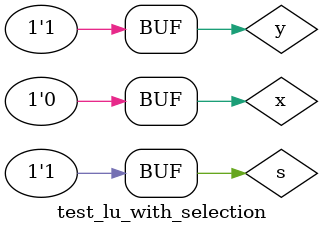
<source format=v>

module lu_with_selection (
  output wire out,
  input wire a,
  input wire b,
  input wire select
);
  // Define local wires
  wire or_result;
  wire nor_result;

  // OR gate
  or OR_gate (
    or_result,
    a,
    b
  );

  // NOR gate
  nor NOR_gate (
    nor_result,
    a,
    b
  );

  // Output selection
  assign out = (select) ? nor_result : or_result;

endmodule // lu_with_selection

// -------------------------
// test_lu_with_selection
// -------------------------
module test_lu_with_selection;
  // Define data
  reg x;
  reg y;
  reg s;
  wire w;

  // Instantiate the LU module
  lu_with_selection lu_mod (
    w,
    x,
    y,
    s
  );

  // Main part
  initial begin : main
    $display("Guia_0702 - Fábio Andrade - 808674");
    $display("Test Logical Unit with Selection");
    $display(" x y s out");
    x = 1'b0; y = 1'b1; s = 1'b0;

    // Project tests for the module
    #1 $monitor("%4b %4b %4b %4b", x, y, s, w);
    #1 s = 1'b1;
  end

endmodule // test_lu_with_selection

</source>
